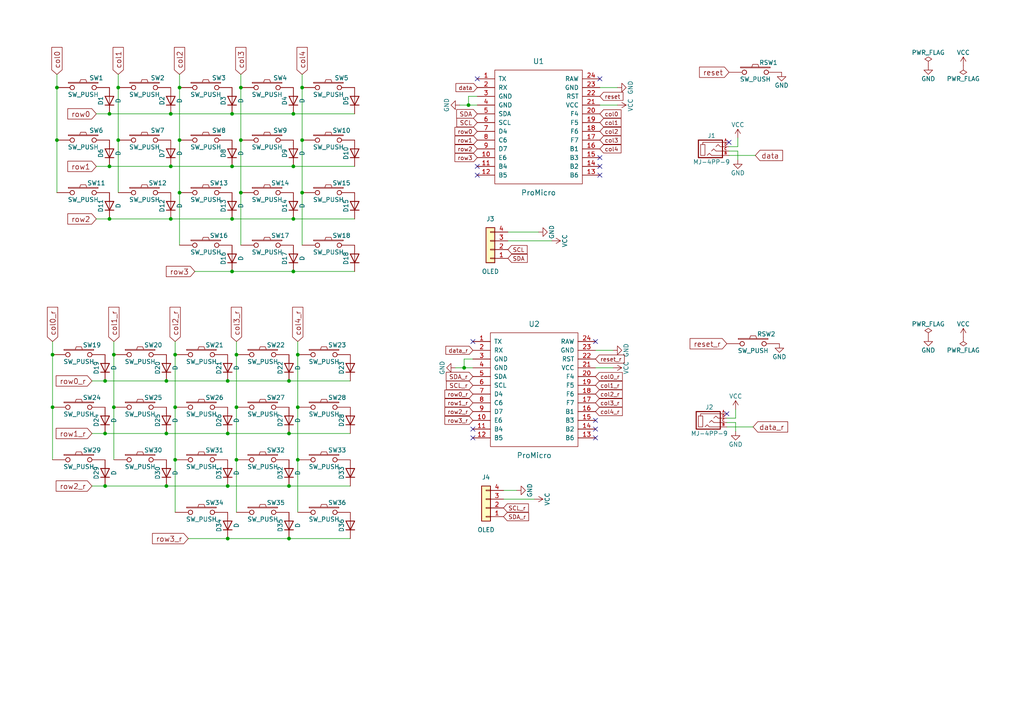
<source format=kicad_sch>
(kicad_sch (version 20230121) (generator eeschema)
  (paper "A4")
  (title_block (title "span") (date "2023-08-12") (rev "9a4fee6") (company "idank"))
  (lib_symbols
    (symbol "Connector_Generic:Conn_01x04" (pin_names (offset 1.016) hide)
      (property "Reference" "J" (at 0 5.08 0))
      (property "Value" "Conn_01x04" (at 0 -7.62 0))
      (symbol "Conn_01x04_1_1"
        (rectangle (start -1.27 -4.953) (end 0 -5.207) (stroke (width 0.1524)))
        (rectangle (start -1.27 -2.413) (end 0 -2.667) (stroke (width 0.1524)))
        (rectangle (start -1.27 0.127) (end 0 -0.127) (stroke (width 0.1524)))
        (rectangle (start -1.27 2.667) (end 0 2.413) (stroke (width 0.1524)))
        (rectangle (start -1.27 3.81) (end 1.27 -6.35) (stroke (width 0.254)) (fill (type background)))
        (pin passive line (at -5.08 2.54 0) (length 3.81) (name "Pin_1") (number "1"))
        (pin passive line (at -5.08 0 0) (length 3.81) (name "Pin_2") (number "2"))
        (pin passive line (at -5.08 -2.54 0) (length 3.81) (name "Pin_3") (number "3"))
        (pin passive line (at -5.08 -5.08 0) (length 3.81) (name "Pin_4") (number "4"))
      )
    )
    (symbol "Device:D" (pin_numbers hide) (pin_names (offset 1.016) hide)
      (property "Reference" "D" (at 0 2.54 0))
      (property "Value" "D" (at 0 -2.54 0))
      (symbol "D_0_1"
        (polyline (pts (xy -1.27 1.27) (xy -1.27 -1.27)) (stroke (width 0.254)))
        (polyline (pts (xy 1.27 0) (xy -1.27 0)))
        (polyline (pts (xy 1.27 1.27) (xy 1.27 -1.27) (xy -1.27 0) (xy 1.27 1.27)) (stroke (width 0.254)))
      )
      (symbol "D_1_1"
        (pin passive line (at -3.81 0 0) (length 2.54) (name "K") (number "1"))
        (pin passive line (at 3.81 0 180) (length 2.54) (name "A") (number "2"))
      )
    )
    (symbol "chococorne-rescue:MJ-4PP-9-kbd-corne-light-rescue" (pin_names (offset 1.016))
      (property "Reference" "J" (at 0 3.81 0))
      (property "Value" "MJ-4PP-9-kbd-corne-light-rescue" (at 0 -3.81 0))
      (symbol "MJ-4PP-9-kbd-corne-light-rescue_0_1"
        (rectangle (start -1.905 -1.905) (end -3.175 1.27))
        (polyline (pts (xy -2.54 1.27) (xy -2.54 1.905) (xy 3.175 1.905)))
        (polyline (pts (xy -1.27 -1.905) (xy -0.635 -1.27) (xy 0 -1.905) (xy 3.175 -1.905)))
        (polyline (pts (xy 0 -0.635) (xy 0.635 0) (xy 1.27 -0.635) (xy 3.175 -0.635)))
        (polyline (pts (xy 1.27 0.635) (xy 1.905 1.27) (xy 2.54 0.635) (xy 3.175 0.635)))
        (rectangle (start 3.175 2.54) (end -3.81 -2.54) (stroke (width 0.3048)))
      )
      (symbol "MJ-4PP-9-kbd-corne-light-rescue_1_1"
        (pin input line (at 5.08 1.905 180) (length 2.0066) (name "~") (number "A"))
        (pin input line (at 5.08 -1.905 180) (length 2.0066) (name "~") (number "B"))
        (pin input line (at 5.08 -0.635 180) (length 2.0066) (name "~") (number "C"))
        (pin input line (at 5.08 0.635 180) (length 2.0066) (name "~") (number "D"))
      )
    )
    (symbol "chococorne-rescue:ProMicro-kbd-corne-light-rescue" (pin_names (offset 1.016))
      (property "Reference" "U" (at 0 24.13 0))
      (property "Value" "ProMicro-kbd-corne-light-rescue" (at 0 -13.97 0))
      (symbol "ProMicro-kbd-corne-light-rescue_0_1"
        (rectangle (start -12.7 21.59) (end 12.7 -11.43))
      )
      (symbol "ProMicro-kbd-corne-light-rescue_1_1"
        (pin bidirectional line (at -17.78 19.05 0) (length 5.08) (name "TX") (number "1"))
        (pin bidirectional line (at -17.78 -3.81 0) (length 5.08) (name "E6") (number "10"))
        (pin bidirectional line (at -17.78 -6.35 0) (length 5.08) (name "B4") (number "11"))
        (pin bidirectional line (at -17.78 -8.89 0) (length 5.08) (name "B5") (number "12"))
        (pin bidirectional line (at 17.78 -8.89 180) (length 5.08) (name "B6") (number "13"))
        (pin bidirectional line (at 17.78 -6.35 180) (length 5.08) (name "B2") (number "14"))
        (pin bidirectional line (at 17.78 -3.81 180) (length 5.08) (name "B3") (number "15"))
        (pin bidirectional line (at 17.78 -1.27 180) (length 5.08) (name "B1") (number "16"))
        (pin bidirectional line (at 17.78 1.27 180) (length 5.08) (name "F7") (number "17"))
        (pin bidirectional line (at 17.78 3.81 180) (length 5.08) (name "F6") (number "18"))
        (pin bidirectional line (at 17.78 6.35 180) (length 5.08) (name "F5") (number "19"))
        (pin bidirectional line (at -17.78 16.51 0) (length 5.08) (name "RX") (number "2"))
        (pin bidirectional line (at 17.78 8.89 180) (length 5.08) (name "F4") (number "20"))
        (pin power_in line (at 17.78 11.43 180) (length 5.08) (name "VCC") (number "21"))
        (pin input line (at 17.78 13.97 180) (length 5.08) (name "RST") (number "22"))
        (pin power_in line (at 17.78 16.51 180) (length 5.08) (name "GND") (number "23"))
        (pin power_out line (at 17.78 19.05 180) (length 5.08) (name "RAW") (number "24"))
        (pin power_in line (at -17.78 13.97 0) (length 5.08) (name "GND") (number "3"))
        (pin power_in line (at -17.78 11.43 0) (length 5.08) (name "GND") (number "4"))
        (pin bidirectional line (at -17.78 8.89 0) (length 5.08) (name "SDA") (number "5"))
        (pin bidirectional line (at -17.78 6.35 0) (length 5.08) (name "SCL") (number "6"))
        (pin bidirectional line (at -17.78 3.81 0) (length 5.08) (name "D4") (number "7"))
        (pin bidirectional line (at -17.78 1.27 0) (length 5.08) (name "C6") (number "8"))
        (pin bidirectional line (at -17.78 -1.27 0) (length 5.08) (name "D7") (number "9"))
      )
    )
    (symbol "chococorne-rescue:SW_PUSH-kbd-corne-light-rescue" (pin_numbers hide) (pin_names (offset 1.016) hide)
      (property "Reference" "SW" (at 3.81 2.794 0))
      (property "Value" "SW_PUSH-kbd-corne-light-rescue" (at 0 -2.032 0))
      (symbol "SW_PUSH-kbd-corne-light-rescue_0_1"
        (rectangle (start -4.318 1.27) (end 4.318 1.524))
        (polyline (pts (xy -1.016 1.524) (xy -0.762 2.286) (xy 0.762 2.286) (xy 1.016 1.524)))
        (pin passive inverted (at -7.62 0 0) (length 5.08) (name "1") (number "1"))
        (pin passive inverted (at 7.62 0 180) (length 5.08) (name "2") (number "2"))
      )
    )
    (symbol "power:GND" (power) (pin_names (offset 0))
      (property "Value" "GND" (at 0 -3.81 0))
      (symbol "GND_0_1"
        (polyline (pts (xy 0 0) (xy 0 -1.27) (xy 1.27 -1.27) (xy 0 -2.54) (xy -1.27 -1.27) (xy 0 -1.27)))
      )
      (symbol "GND_1_1"
        (pin power_in line (at 0 0 270) (length 0) hide (name "GND") (number "1"))
      )
    )
    (symbol "power:PWR_FLAG" (power) (pin_numbers hide) (pin_names (offset 0) hide)
      (property "Value" "PWR_FLAG" (at 0 3.81 0))
      (symbol "PWR_FLAG_0_0"
        (pin power_out line (at 0 0 90) (length 0) (name "pwr") (number "1"))
      )
      (symbol "PWR_FLAG_0_1"
        (polyline (pts (xy 0 0) (xy 0 1.27) (xy -1.016 1.905) (xy 0 2.54) (xy 1.016 1.905) (xy 0 1.27)))
      )
    )
    (symbol "power:VCC" (power) (pin_names (offset 0))
      (property "Value" "VCC" (at 0 3.81 0))
      (symbol "VCC_0_1"
        (polyline (pts (xy -0.762 1.27) (xy 0 2.54)))
        (polyline (pts (xy 0 0) (xy 0 2.54)))
        (polyline (pts (xy 0 2.54) (xy 0.762 1.27)))
      )
      (symbol "VCC_1_1"
        (pin power_in line (at 0 0 90) (length 0) hide (name "VCC") (number "1"))
      )
    )
  )
  (junction (at 86.36 102.87))
  (junction (at 67.31 78.74))
  (junction (at 49.53 33.02))
  (junction (at 49.53 63.5))
  (junction (at 85.09 78.74))
  (junction (at 15.24 102.87))
  (junction (at 34.29 40.64))
  (junction (at 16.51 40.64))
  (junction (at 16.51 25.4))
  (junction (at 69.85 55.88))
  (junction (at 48.26 125.73))
  (junction (at 15.24 118.11))
  (junction (at 83.82 125.73))
  (junction (at 31.75 48.26))
  (junction (at 50.8 102.87))
  (junction (at 86.36 133.35))
  (junction (at 30.48 140.97))
  (junction (at 50.8 133.35))
  (junction (at 86.36 118.11))
  (junction (at 34.29 25.4))
  (junction (at 48.26 140.97))
  (junction (at 30.48 125.73))
  (junction (at 83.82 156.21))
  (junction (at 52.07 40.64))
  (junction (at 83.82 110.49))
  (junction (at 85.09 33.02))
  (junction (at 87.63 25.4))
  (junction (at 66.04 156.21))
  (junction (at 85.09 63.5))
  (junction (at 33.02 118.11))
  (junction (at 69.85 25.4))
  (junction (at 68.58 133.35))
  (junction (at 67.31 63.5))
  (junction (at 83.82 140.97))
  (junction (at 85.09 48.26))
  (junction (at 67.31 48.26))
  (junction (at 31.75 33.02))
  (junction (at 134.62 106.68))
  (junction (at 69.85 40.64))
  (junction (at 66.04 125.73))
  (junction (at 68.58 118.11))
  (junction (at 52.07 55.88))
  (junction (at 66.04 140.97))
  (junction (at 68.58 102.87))
  (junction (at 30.48 110.49))
  (junction (at 52.07 25.4))
  (junction (at 50.8 118.11))
  (junction (at 48.26 110.49))
  (junction (at 87.63 55.88))
  (junction (at 66.04 110.49))
  (junction (at 31.75 63.5))
  (junction (at 67.31 33.02))
  (junction (at 135.89 30.48))
  (junction (at 87.63 40.64))
  (junction (at 49.53 48.26))
  (junction (at 33.02 102.87))
  (no_connect (at 172.72 121.92))
  (no_connect (at 137.16 127))
  (no_connect (at 137.16 99.06))
  (no_connect (at 173.99 45.72))
  (no_connect (at 172.72 127))
  (no_connect (at 138.43 22.86))
  (no_connect (at 211.455 41.275))
  (no_connect (at 138.43 50.8))
  (no_connect (at 172.72 99.06))
  (no_connect (at 172.72 124.46))
  (no_connect (at 173.99 48.26))
  (no_connect (at 210.82 120.015))
  (no_connect (at 137.16 124.46))
  (no_connect (at 173.99 50.8))
  (no_connect (at 138.43 48.26))
  (no_connect (at 173.99 22.86))
  (wire (pts (xy 86.36 133.35) (xy 86.36 148.59)))
  (wire (pts (xy 146.05 144.78) (xy 154.94 144.78)))
  (wire (pts (xy 50.8 133.35) (xy 50.8 148.59)))
  (wire (pts (xy 87.63 40.64) (xy 87.63 55.88)))
  (wire (pts (xy 16.51 21.59) (xy 16.51 25.4)))
  (wire (pts (xy 83.82 125.73) (xy 101.6 125.73)))
  (wire (pts (xy 27.94 63.5) (xy 31.75 63.5)))
  (wire (pts (xy 173.99 30.48) (xy 179.07 30.48)))
  (wire (pts (xy 66.04 156.21) (xy 83.82 156.21)))
  (wire (pts (xy 68.58 99.06) (xy 68.58 102.87)))
  (wire (pts (xy 67.31 33.02) (xy 85.09 33.02)))
  (wire (pts (xy 69.85 25.4) (xy 69.85 40.64)))
  (wire (pts (xy 85.09 63.5) (xy 102.87 63.5)))
  (wire (pts (xy 133.35 30.48) (xy 135.89 30.48)))
  (wire (pts (xy 48.26 140.97) (xy 66.04 140.97)))
  (wire (pts (xy 135.89 27.94) (xy 135.89 30.48)))
  (wire (pts (xy 34.29 25.4) (xy 34.29 40.64)))
  (wire (pts (xy 213.36 121.285) (xy 213.36 118.745)))
  (wire (pts (xy 172.72 106.68) (xy 177.8 106.68)))
  (wire (pts (xy 213.36 122.555) (xy 213.36 125.095)))
  (wire (pts (xy 67.31 48.26) (xy 85.09 48.26)))
  (wire (pts (xy 69.85 55.88) (xy 69.85 71.12)))
  (wire (pts (xy 49.53 63.5) (xy 67.31 63.5)))
  (wire (pts (xy 87.63 21.59) (xy 87.63 25.4)))
  (wire (pts (xy 132.08 106.68) (xy 134.62 106.68)))
  (wire (pts (xy 52.07 21.59) (xy 52.07 25.4)))
  (wire (pts (xy 156.21 67.31) (xy 147.32 67.31)))
  (wire (pts (xy 86.36 118.11) (xy 86.36 133.35)))
  (wire (pts (xy 56.515 78.74) (xy 67.31 78.74)))
  (wire (pts (xy 86.36 102.87) (xy 86.36 118.11)))
  (wire (pts (xy 30.48 125.73) (xy 48.26 125.73)))
  (wire (pts (xy 26.67 140.97) (xy 30.48 140.97)))
  (wire (pts (xy 135.89 30.48) (xy 138.43 30.48)))
  (wire (pts (xy 134.62 106.68) (xy 137.16 106.68)))
  (wire (pts (xy 31.75 33.02) (xy 49.53 33.02)))
  (wire (pts (xy 16.51 40.64) (xy 16.51 55.88)))
  (wire (pts (xy 85.09 33.02) (xy 102.87 33.02)))
  (wire (pts (xy 149.86 142.24) (xy 146.05 142.24)))
  (wire (pts (xy 210.82 121.285) (xy 213.36 121.285)))
  (wire (pts (xy 31.75 63.5) (xy 49.53 63.5)))
  (wire (pts (xy 48.26 110.49) (xy 66.04 110.49)))
  (wire (pts (xy 66.04 110.49) (xy 83.82 110.49)))
  (wire (pts (xy 27.94 33.02) (xy 31.75 33.02)))
  (wire (pts (xy 66.04 125.73) (xy 83.82 125.73)))
  (wire (pts (xy 68.58 118.11) (xy 68.58 133.35)))
  (wire (pts (xy 213.995 43.815) (xy 213.995 46.355)))
  (wire (pts (xy 138.43 27.94) (xy 135.89 27.94)))
  (wire (pts (xy 83.82 110.49) (xy 101.6 110.49)))
  (wire (pts (xy 26.67 125.73) (xy 30.48 125.73)))
  (wire (pts (xy 210.82 122.555) (xy 213.36 122.555)))
  (wire (pts (xy 50.8 118.11) (xy 50.8 133.35)))
  (wire (pts (xy 66.04 140.97) (xy 83.82 140.97)))
  (wire (pts (xy 211.455 45.085) (xy 219.075 45.085)))
  (wire (pts (xy 27.94 48.26) (xy 31.75 48.26)))
  (wire (pts (xy 147.32 69.85) (xy 160.02 69.85)))
  (wire (pts (xy 52.07 55.88) (xy 52.07 71.12)))
  (wire (pts (xy 50.8 99.06) (xy 50.8 102.87)))
  (wire (pts (xy 15.24 118.11) (xy 15.24 133.35)))
  (wire (pts (xy 172.72 101.6) (xy 177.8 101.6)))
  (wire (pts (xy 68.58 102.87) (xy 68.58 118.11)))
  (wire (pts (xy 34.29 21.59) (xy 34.29 25.4)))
  (wire (pts (xy 34.29 40.64) (xy 34.29 55.88)))
  (wire (pts (xy 48.26 125.73) (xy 66.04 125.73)))
  (wire (pts (xy 54.61 156.21) (xy 66.04 156.21)))
  (wire (pts (xy 213.995 42.545) (xy 213.995 40.005)))
  (wire (pts (xy 33.02 99.06) (xy 33.02 102.87)))
  (wire (pts (xy 87.63 55.88) (xy 87.63 71.12)))
  (wire (pts (xy 16.51 25.4) (xy 16.51 40.64)))
  (wire (pts (xy 15.24 102.87) (xy 15.24 118.11)))
  (wire (pts (xy 15.24 99.06) (xy 15.24 102.87)))
  (wire (pts (xy 85.09 48.26) (xy 102.87 48.26)))
  (wire (pts (xy 83.82 140.97) (xy 101.6 140.97)))
  (wire (pts (xy 211.455 43.815) (xy 213.995 43.815)))
  (wire (pts (xy 33.02 118.11) (xy 33.02 133.35)))
  (wire (pts (xy 67.31 78.74) (xy 85.09 78.74)))
  (wire (pts (xy 33.02 102.87) (xy 33.02 118.11)))
  (wire (pts (xy 30.48 140.97) (xy 48.26 140.97)))
  (wire (pts (xy 50.8 102.87) (xy 50.8 118.11)))
  (wire (pts (xy 52.07 25.4) (xy 52.07 40.64)))
  (wire (pts (xy 83.82 156.21) (xy 101.6 156.21)))
  (wire (pts (xy 67.31 63.5) (xy 85.09 63.5)))
  (wire (pts (xy 85.09 78.74) (xy 102.87 78.74)))
  (wire (pts (xy 68.58 133.35) (xy 68.58 148.59)))
  (wire (pts (xy 87.63 25.4) (xy 87.63 40.64)))
  (wire (pts (xy 26.67 110.49) (xy 30.48 110.49)))
  (wire (pts (xy 69.85 40.64) (xy 69.85 55.88)))
  (wire (pts (xy 49.53 33.02) (xy 67.31 33.02)))
  (wire (pts (xy 49.53 48.26) (xy 67.31 48.26)))
  (wire (pts (xy 86.36 99.06) (xy 86.36 102.87)))
  (wire (pts (xy 137.16 104.14) (xy 134.62 104.14)))
  (wire (pts (xy 52.07 40.64) (xy 52.07 55.88)))
  (wire (pts (xy 69.85 21.59) (xy 69.85 25.4)))
  (wire (pts (xy 211.455 42.545) (xy 213.995 42.545)))
  (wire (pts (xy 210.82 123.825) (xy 218.44 123.825)))
  (wire (pts (xy 173.99 25.4) (xy 179.07 25.4)))
  (wire (pts (xy 30.48 110.49) (xy 48.26 110.49)))
  (wire (pts (xy 134.62 104.14) (xy 134.62 106.68)))
  (wire (pts (xy 31.75 48.26) (xy 49.53 48.26)))
  (global_label "row2" (shape input) (at 27.94 63.5 180) (effects (font (size 1.524 1.524))) (property "Intersheetrefs" "${INTERSHEET_REFS}" (effects hide)))
  (global_label "row2" (shape input) (at 138.43 43.18 180) (effects (font (size 1.1938 1.1938))) (property "Intersheetrefs" "${INTERSHEET_REFS}" (effects hide)))
  (global_label "col4" (shape input) (at 173.99 43.18 0) (effects (font (size 1.1938 1.1938))) (property "Intersheetrefs" "${INTERSHEET_REFS}" (effects hide)))
  (global_label "row2_r" (shape input) (at 137.16 119.38 180) (effects (font (size 1.1938 1.1938))) (property "Intersheetrefs" "${INTERSHEET_REFS}" (effects hide)))
  (global_label "SDA" (shape input) (at 138.43 33.02 180) (property "Intersheetrefs" "${INTERSHEET_REFS}" (effects hide)))
  (global_label "row2_r" (shape input) (at 26.67 140.97 180) (effects (font (size 1.524 1.524))) (property "Intersheetrefs" "${INTERSHEET_REFS}" (effects hide)))
  (global_label "row1_r" (shape input) (at 137.16 116.84 180) (effects (font (size 1.1938 1.1938))) (property "Intersheetrefs" "${INTERSHEET_REFS}" (effects hide)))
  (global_label "SCL_r" (shape input) (at 146.05 147.32 0) (effects (font (size 1.1938 1.1938))) (property "Intersheetrefs" "${INTERSHEET_REFS}" (effects hide)))
  (global_label "row3_r" (shape input) (at 137.16 121.92 180) (effects (font (size 1.1938 1.1938))) (property "Intersheetrefs" "${INTERSHEET_REFS}" (effects hide)))
  (global_label "data_r" (shape input) (at 137.16 101.6 180) (effects (font (size 1.1938 1.1938))) (property "Intersheetrefs" "${INTERSHEET_REFS}" (effects hide)))
  (global_label "SCL" (shape input) (at 138.43 35.56 180) (property "Intersheetrefs" "${INTERSHEET_REFS}" (effects hide)))
  (global_label "col4_r" (shape input) (at 172.72 119.38 0) (effects (font (size 1.1938 1.1938))) (property "Intersheetrefs" "${INTERSHEET_REFS}" (effects hide)))
  (global_label "SCL" (shape input) (at 147.32 72.39 0) (effects (font (size 1.1938 1.1938))) (property "Intersheetrefs" "${INTERSHEET_REFS}" (effects hide)))
  (global_label "col1" (shape input) (at 34.29 21.59 90) (effects (font (size 1.524 1.524))) (property "Intersheetrefs" "${INTERSHEET_REFS}" (effects hide)))
  (global_label "SDA_r" (shape input) (at 146.05 149.86 0) (effects (font (size 1.1938 1.1938))) (property "Intersheetrefs" "${INTERSHEET_REFS}" (effects hide)))
  (global_label "data_r" (shape input) (at 218.44 123.825 0) (effects (font (size 1.524 1.524))) (property "Intersheetrefs" "${INTERSHEET_REFS}" (effects hide)))
  (global_label "data" (shape input) (at 219.075 45.085 0) (effects (font (size 1.524 1.524))) (property "Intersheetrefs" "${INTERSHEET_REFS}" (effects hide)))
  (global_label "col3" (shape input) (at 173.99 40.64 0) (effects (font (size 1.1938 1.1938))) (property "Intersheetrefs" "${INTERSHEET_REFS}" (effects hide)))
  (global_label "reset_r" (shape input) (at 172.72 104.14 0) (effects (font (size 1.1938 1.1938))) (property "Intersheetrefs" "${INTERSHEET_REFS}" (effects hide)))
  (global_label "reset_r" (shape input) (at 210.82 99.695 180) (effects (font (size 1.524 1.524))) (property "Intersheetrefs" "${INTERSHEET_REFS}" (effects hide)))
  (global_label "col0_r" (shape input) (at 15.24 99.06 90) (effects (font (size 1.524 1.524))) (property "Intersheetrefs" "${INTERSHEET_REFS}" (effects hide)))
  (global_label "SDA" (shape input) (at 147.32 74.93 0) (effects (font (size 1.1938 1.1938))) (property "Intersheetrefs" "${INTERSHEET_REFS}" (effects hide)))
  (global_label "col0_r" (shape input) (at 172.72 109.22 0) (effects (font (size 1.1938 1.1938))) (property "Intersheetrefs" "${INTERSHEET_REFS}" (effects hide)))
  (global_label "row3" (shape input) (at 138.43 45.72 180) (effects (font (size 1.1938 1.1938))) (property "Intersheetrefs" "${INTERSHEET_REFS}" (effects hide)))
  (global_label "row3" (shape input) (at 56.515 78.74 180) (effects (font (size 1.524 1.524))) (property "Intersheetrefs" "${INTERSHEET_REFS}" (effects hide)))
  (global_label "col3_r" (shape input) (at 68.58 99.06 90) (effects (font (size 1.524 1.524))) (property "Intersheetrefs" "${INTERSHEET_REFS}" (effects hide)))
  (global_label "SCL_r" (shape input) (at 137.16 111.76 180) (property "Intersheetrefs" "${INTERSHEET_REFS}" (effects hide)))
  (global_label "col1_r" (shape input) (at 33.02 99.06 90) (effects (font (size 1.524 1.524))) (property "Intersheetrefs" "${INTERSHEET_REFS}" (effects hide)))
  (global_label "col4_r" (shape input) (at 86.36 99.06 90) (effects (font (size 1.524 1.524))) (property "Intersheetrefs" "${INTERSHEET_REFS}" (effects hide)))
  (global_label "col0" (shape input) (at 16.51 21.59 90) (effects (font (size 1.524 1.524))) (property "Intersheetrefs" "${INTERSHEET_REFS}" (effects hide)))
  (global_label "row1" (shape input) (at 27.94 48.26 180) (effects (font (size 1.524 1.524))) (property "Intersheetrefs" "${INTERSHEET_REFS}" (effects hide)))
  (global_label "reset" (shape input) (at 211.455 20.955 180) (effects (font (size 1.524 1.524))) (property "Intersheetrefs" "${INTERSHEET_REFS}" (effects hide)))
  (global_label "row1_r" (shape input) (at 26.67 125.73 180) (effects (font (size 1.524 1.524))) (property "Intersheetrefs" "${INTERSHEET_REFS}" (effects hide)))
  (global_label "col0" (shape input) (at 173.99 33.02 0) (effects (font (size 1.1938 1.1938))) (property "Intersheetrefs" "${INTERSHEET_REFS}" (effects hide)))
  (global_label "col2_r" (shape input) (at 50.8 99.06 90) (effects (font (size 1.524 1.524))) (property "Intersheetrefs" "${INTERSHEET_REFS}" (effects hide)))
  (global_label "col4" (shape input) (at 87.63 21.59 90) (effects (font (size 1.524 1.524))) (property "Intersheetrefs" "${INTERSHEET_REFS}" (effects hide)))
  (global_label "col2" (shape input) (at 173.99 38.1 0) (effects (font (size 1.1938 1.1938))) (property "Intersheetrefs" "${INTERSHEET_REFS}" (effects hide)))
  (global_label "col2_r" (shape input) (at 172.72 114.3 0) (effects (font (size 1.1938 1.1938))) (property "Intersheetrefs" "${INTERSHEET_REFS}" (effects hide)))
  (global_label "row0" (shape input) (at 138.43 38.1 180) (effects (font (size 1.1938 1.1938))) (property "Intersheetrefs" "${INTERSHEET_REFS}" (effects hide)))
  (global_label "row3_r" (shape input) (at 54.61 156.21 180) (effects (font (size 1.524 1.524))) (property "Intersheetrefs" "${INTERSHEET_REFS}" (effects hide)))
  (global_label "col1_r" (shape input) (at 172.72 111.76 0) (effects (font (size 1.1938 1.1938))) (property "Intersheetrefs" "${INTERSHEET_REFS}" (effects hide)))
  (global_label "reset" (shape input) (at 173.99 27.94 0) (effects (font (size 1.1938 1.1938))) (property "Intersheetrefs" "${INTERSHEET_REFS}" (effects hide)))
  (global_label "row0" (shape input) (at 27.94 33.02 180) (effects (font (size 1.524 1.524))) (property "Intersheetrefs" "${INTERSHEET_REFS}" (effects hide)))
  (global_label "data" (shape input) (at 138.43 25.4 180) (effects (font (size 1.1938 1.1938))) (property "Intersheetrefs" "${INTERSHEET_REFS}" (effects hide)))
  (global_label "row1" (shape input) (at 138.43 40.64 180) (effects (font (size 1.1938 1.1938))) (property "Intersheetrefs" "${INTERSHEET_REFS}" (effects hide)))
  (global_label "col1" (shape input) (at 173.99 35.56 0) (effects (font (size 1.1938 1.1938))) (property "Intersheetrefs" "${INTERSHEET_REFS}" (effects hide)))
  (global_label "col2" (shape input) (at 52.07 21.59 90) (effects (font (size 1.524 1.524))) (property "Intersheetrefs" "${INTERSHEET_REFS}" (effects hide)))
  (global_label "row0_r" (shape input) (at 137.16 114.3 180) (effects (font (size 1.1938 1.1938))) (property "Intersheetrefs" "${INTERSHEET_REFS}" (effects hide)))
  (global_label "SDA_r" (shape input) (at 137.16 109.22 180) (property "Intersheetrefs" "${INTERSHEET_REFS}" (effects hide)))
  (global_label "col3_r" (shape input) (at 172.72 116.84 0) (effects (font (size 1.1938 1.1938))) (property "Intersheetrefs" "${INTERSHEET_REFS}" (effects hide)))
  (global_label "col3" (shape input) (at 69.85 21.59 90) (effects (font (size 1.524 1.524))) (property "Intersheetrefs" "${INTERSHEET_REFS}" (effects hide)))
  (global_label "row0_r" (shape input) (at 26.67 110.49 180) (effects (font (size 1.524 1.524))) (property "Intersheetrefs" "${INTERSHEET_REFS}" (effects hide)))
  (symbol (lib_id "chococorne-rescue:ProMicro-kbd-corne-light-rescue") (at 156.21 41.91 0) (unit 1)
    (property "Reference" "U1" (at 156.21 17.78 0) (effects (font (size 1.524 1.524))))
    (property "Value" "ProMicro" (at 156.21 55.88 0) (effects (font (size 1.524 1.524))))
    (property "Footprint" "kbd:ProMicro_v3" (effects hide))
  )
  (symbol (lib_id "chococorne-rescue:SW_PUSH-kbd-corne-light-rescue") (at 41.91 25.4 0) (unit 1)
    (property "Reference" "SW2" (at 45.72 22.606 0))
    (property "Value" "SW_PUSH" (at 41.91 27.432 0))
    (property "Footprint" "keyswitches:Kailh_socket_PG1350_optional_oval_1" (effects hide))
  )
  (symbol (lib_id "Device:D") (at 49.53 29.21 90) (unit 1)
    (property "Reference" "D2" (at 46.99 29.21 0))
    (property "Value" "D" (at 52.07 29.21 0))
    (property "Footprint" "kbd:D3_SMD_v2" (effects hide))
  )
  (symbol (lib_id "chococorne-rescue:SW_PUSH-kbd-corne-light-rescue") (at 59.69 25.4 0) (unit 1)
    (property "Reference" "SW3" (at 63.5 22.606 0))
    (property "Value" "SW_PUSH" (at 59.69 27.432 0))
    (property "Footprint" "keyswitches:Kailh_socket_PG1350_optional_oval_1" (effects hide))
  )
  (symbol (lib_id "Device:D") (at 67.31 29.21 90) (unit 1)
    (property "Reference" "D3" (at 64.77 29.21 0))
    (property "Value" "D" (at 69.85 29.21 0))
    (property "Footprint" "kbd:D3_SMD_v2" (effects hide))
  )
  (symbol (lib_id "chococorne-rescue:SW_PUSH-kbd-corne-light-rescue") (at 77.47 25.4 0) (unit 1)
    (property "Reference" "SW4" (at 81.28 22.606 0))
    (property "Value" "SW_PUSH" (at 77.47 27.432 0))
    (property "Footprint" "keyswitches:Kailh_socket_PG1350_optional_oval_1" (effects hide))
  )
  (symbol (lib_id "chococorne-rescue:SW_PUSH-kbd-corne-light-rescue") (at 95.25 25.4 0) (unit 1)
    (property "Reference" "SW5" (at 99.06 22.606 0))
    (property "Value" "SW_PUSH" (at 95.25 27.432 0))
    (property "Footprint" "keyswitches:Kailh_socket_PG1350_optional_oval_1" (effects hide))
  )
  (symbol (lib_id "Device:D") (at 85.09 29.21 90) (unit 1)
    (property "Reference" "D4" (at 82.55 29.21 0))
    (property "Value" "D" (at 87.63 29.21 0))
    (property "Footprint" "kbd:D3_SMD_v2" (effects hide))
  )
  (symbol (lib_id "Device:D") (at 102.87 29.21 90) (unit 1)
    (property "Reference" "D5" (at 100.33 29.21 0))
    (property "Value" "D" (effects hide))
    (property "Footprint" "kbd:D3_SMD_v2" (effects hide))
  )
  (symbol (lib_id "chococorne-rescue:SW_PUSH-kbd-corne-light-rescue") (at 24.13 25.4 0) (unit 1)
    (property "Reference" "SW1" (at 27.94 22.606 0))
    (property "Value" "SW_PUSH" (at 24.13 27.432 0))
    (property "Footprint" "keyswitches:Kailh_socket_PG1350_optional_oval_1" (effects hide))
  )
  (symbol (lib_id "Device:D") (at 31.75 29.21 90) (unit 1)
    (property "Reference" "D1" (at 29.21 29.21 0))
    (property "Value" "D" (at 34.29 29.21 0))
    (property "Footprint" "kbd:D3_SMD_v2" (effects hide))
  )
  (symbol (lib_id "chococorne-rescue:SW_PUSH-kbd-corne-light-rescue") (at 41.91 40.64 0) (unit 1)
    (property "Reference" "SW7" (at 45.72 37.846 0))
    (property "Value" "SW_PUSH" (at 41.91 42.672 0))
    (property "Footprint" "keyswitches:Kailh_socket_PG1350_optional_oval_1" (effects hide))
  )
  (symbol (lib_id "Device:D") (at 49.53 44.45 90) (unit 1)
    (property "Reference" "D7" (at 46.99 44.45 0))
    (property "Value" "D" (at 52.07 44.45 0))
    (property "Footprint" "kbd:D3_SMD_v2" (effects hide))
  )
  (symbol (lib_id "chococorne-rescue:SW_PUSH-kbd-corne-light-rescue") (at 59.69 40.64 0) (unit 1)
    (property "Reference" "SW8" (at 63.5 37.846 0))
    (property "Value" "SW_PUSH" (at 59.69 42.672 0))
    (property "Footprint" "keyswitches:Kailh_socket_PG1350_optional_oval_1" (effects hide))
  )
  (symbol (lib_id "Device:D") (at 67.31 44.45 90) (unit 1)
    (property "Reference" "D8" (at 64.77 44.45 0))
    (property "Value" "D" (at 69.85 44.45 0))
    (property "Footprint" "kbd:D3_SMD_v2" (effects hide))
  )
  (symbol (lib_id "chococorne-rescue:SW_PUSH-kbd-corne-light-rescue") (at 77.47 40.64 0) (unit 1)
    (property "Reference" "SW9" (at 81.28 37.846 0))
    (property "Value" "SW_PUSH" (at 77.47 42.672 0))
    (property "Footprint" "keyswitches:Kailh_socket_PG1350_optional_oval_1" (effects hide))
  )
  (symbol (lib_id "chococorne-rescue:SW_PUSH-kbd-corne-light-rescue") (at 95.25 40.64 0) (unit 1)
    (property "Reference" "SW10" (at 99.06 37.846 0))
    (property "Value" "SW_PUSH" (at 95.25 42.672 0))
    (property "Footprint" "keyswitches:Kailh_socket_PG1350_optional_oval_1" (effects hide))
  )
  (symbol (lib_id "Device:D") (at 85.09 44.45 90) (unit 1)
    (property "Reference" "D9" (at 82.55 44.45 0))
    (property "Value" "D" (at 87.63 44.45 0))
    (property "Footprint" "kbd:D3_SMD_v2" (effects hide))
  )
  (symbol (lib_id "Device:D") (at 102.87 44.45 90) (unit 1)
    (property "Reference" "D10" (at 100.33 44.45 0))
    (property "Value" "D" (effects hide))
    (property "Footprint" "kbd:D3_SMD_v2" (effects hide))
  )
  (symbol (lib_id "chococorne-rescue:SW_PUSH-kbd-corne-light-rescue") (at 24.13 40.64 0) (unit 1)
    (property "Reference" "SW6" (at 27.94 37.846 0))
    (property "Value" "SW_PUSH" (at 24.13 42.672 0))
    (property "Footprint" "keyswitches:Kailh_socket_PG1350_optional_oval_1" (effects hide))
  )
  (symbol (lib_id "Device:D") (at 31.75 44.45 90) (unit 1)
    (property "Reference" "D6" (at 29.21 44.45 0))
    (property "Value" "D" (at 34.29 44.45 0))
    (property "Footprint" "kbd:D3_SMD_v2" (effects hide))
  )
  (symbol (lib_id "chococorne-rescue:SW_PUSH-kbd-corne-light-rescue") (at 41.91 55.88 0) (unit 1)
    (property "Reference" "SW12" (at 45.72 53.086 0))
    (property "Value" "SW_PUSH" (at 41.91 57.912 0))
    (property "Footprint" "keyswitches:Kailh_socket_PG1350_optional_oval_1" (effects hide))
  )
  (symbol (lib_id "Device:D") (at 49.53 59.69 90) (unit 1)
    (property "Reference" "D12" (at 46.99 59.69 0))
    (property "Value" "D" (at 52.07 59.69 0))
    (property "Footprint" "kbd:D3_SMD_v2" (effects hide))
  )
  (symbol (lib_id "chococorne-rescue:SW_PUSH-kbd-corne-light-rescue") (at 59.69 55.88 0) (unit 1)
    (property "Reference" "SW13" (at 63.5 53.086 0))
    (property "Value" "SW_PUSH" (at 59.69 57.912 0))
    (property "Footprint" "keyswitches:Kailh_socket_PG1350_optional_oval_1" (effects hide))
  )
  (symbol (lib_id "Device:D") (at 67.31 59.69 90) (unit 1)
    (property "Reference" "D13" (at 64.77 59.69 0))
    (property "Value" "D" (at 69.85 59.69 0))
    (property "Footprint" "kbd:D3_SMD_v2" (effects hide))
  )
  (symbol (lib_id "chococorne-rescue:SW_PUSH-kbd-corne-light-rescue") (at 77.47 55.88 0) (unit 1)
    (property "Reference" "SW14" (at 81.28 53.086 0))
    (property "Value" "SW_PUSH" (at 77.47 57.912 0))
    (property "Footprint" "keyswitches:Kailh_socket_PG1350_optional_oval_1" (effects hide))
  )
  (symbol (lib_id "chococorne-rescue:SW_PUSH-kbd-corne-light-rescue") (at 95.25 55.88 0) (unit 1)
    (property "Reference" "SW15" (at 99.06 53.086 0))
    (property "Value" "SW_PUSH" (at 95.25 57.912 0))
    (property "Footprint" "keyswitches:Kailh_socket_PG1350_optional_oval_1" (effects hide))
  )
  (symbol (lib_id "Device:D") (at 85.09 59.69 90) (unit 1)
    (property "Reference" "D14" (at 82.55 59.69 0))
    (property "Value" "D" (at 87.63 59.69 0))
    (property "Footprint" "kbd:D3_SMD_v2" (effects hide))
  )
  (symbol (lib_id "Device:D") (at 102.87 59.69 90) (unit 1)
    (property "Reference" "D15" (at 100.33 59.69 0))
    (property "Value" "D" (effects hide))
    (property "Footprint" "kbd:D3_SMD_v2" (effects hide))
  )
  (symbol (lib_id "chococorne-rescue:SW_PUSH-kbd-corne-light-rescue") (at 24.13 55.88 0) (unit 1)
    (property "Reference" "SW11" (at 27.94 53.086 0))
    (property "Value" "SW_PUSH" (at 24.13 57.912 0))
    (property "Footprint" "keyswitches:Kailh_socket_PG1350_optional_oval_1" (effects hide))
  )
  (symbol (lib_id "Device:D") (at 31.75 59.69 90) (unit 1)
    (property "Reference" "D11" (at 29.21 59.69 0))
    (property "Value" "D" (at 34.29 59.69 0))
    (property "Footprint" "kbd:D3_SMD_v2" (effects hide))
  )
  (symbol (lib_id "chococorne-rescue:SW_PUSH-kbd-corne-light-rescue") (at 95.25 71.12 0) (unit 1)
    (property "Reference" "SW18" (at 99.06 68.326 0))
    (property "Value" "SW_PUSH" (at 95.25 73.152 0))
    (property "Footprint" "keyswitches:Kailh_socket_PG1350_optional_oval_1" (effects hide))
  )
  (symbol (lib_id "Device:D") (at 102.87 74.93 90) (unit 1)
    (property "Reference" "D18" (at 100.33 74.93 0))
    (property "Value" "D" (effects hide))
    (property "Footprint" "kbd:D3_SMD_v2" (effects hide))
  )
  (symbol (lib_id "chococorne-rescue:SW_PUSH-kbd-corne-light-rescue") (at 77.47 71.12 0) (unit 1)
    (property "Reference" "SW17" (at 81.28 68.326 0))
    (property "Value" "SW_PUSH" (at 77.47 73.152 0))
    (property "Footprint" "keyswitches:Kailh_socket_PG1350_optional_oval_1" (effects hide))
  )
  (symbol (lib_id "Device:D") (at 85.09 74.93 90) (unit 1)
    (property "Reference" "D17" (at 82.55 74.93 0))
    (property "Value" "D" (at 87.63 74.93 0))
    (property "Footprint" "kbd:D3_SMD_v2" (effects hide))
  )
  (symbol (lib_id "power:GND") (at 179.07 25.4 90) (unit 1)
    (property "Reference" "#PWR03" (effects hide))
    (property "Value" "GND" (at 182.88 25.4 0))
  )
  (symbol (lib_id "power:VCC") (at 179.07 30.48 270) (unit 1)
    (property "Reference" "#PWR05" (effects hide))
    (property "Value" "VCC" (at 182.88 30.48 0))
  )
  (symbol (lib_id "power:GND") (at 133.35 30.48 270) (unit 1)
    (property "Reference" "#PWR04" (effects hide))
    (property "Value" "GND" (at 129.54 30.48 0))
  )
  (symbol (lib_id "power:GND") (at 269.24 19.05 0) (unit 1)
    (property "Reference" "#PWR01" (effects hide))
    (property "Value" "GND" (at 269.24 22.86 0))
  )
  (symbol (lib_id "power:VCC") (at 279.4 19.05 0) (unit 1)
    (property "Reference" "#PWR02" (effects hide))
    (property "Value" "VCC" (at 279.4 15.24 0))
  )
  (symbol (lib_id "power:PWR_FLAG") (at 279.4 19.05 180) (unit 1)
    (property "Reference" "#FLG02" (effects hide))
    (property "Value" "PWR_FLAG" (at 279.4 22.86 0))
  )
  (symbol (lib_id "power:PWR_FLAG") (at 269.24 19.05 0) (unit 1)
    (property "Reference" "#FLG01" (effects hide))
    (property "Value" "PWR_FLAG" (at 269.24 15.24 0))
  )
  (symbol (lib_id "chococorne-rescue:SW_PUSH-kbd-corne-light-rescue") (at 219.075 20.955 0) (unit 1)
    (property "Reference" "RSW1" (at 222.885 18.161 0))
    (property "Value" "SW_PUSH" (at 219.075 22.987 0))
    (property "Footprint" "holykeebs:RSW_2PIN_SMD" (effects hide))
  )
  (symbol (lib_id "power:GND") (at 226.695 20.955 0) (unit 1)
    (property "Reference" "#PWR07" (effects hide))
    (property "Value" "GND" (at 226.695 24.765 0))
  )
  (symbol (lib_id "power:VCC") (at 213.995 40.005 0) (unit 1)
    (property "Reference" "#PWR06" (effects hide))
    (property "Value" "VCC" (at 213.995 36.195 0))
  )
  (symbol (lib_id "power:GND") (at 213.995 46.355 0) (unit 1)
    (property "Reference" "#PWR08" (effects hide))
    (property "Value" "GND" (at 213.995 50.165 0))
  )
  (symbol (lib_id "chococorne-rescue:MJ-4PP-9-kbd-corne-light-rescue") (at 206.375 43.18 0) (unit 1)
    (property "Reference" "J1" (at 206.375 39.37 0))
    (property "Value" "MJ-4PP-9" (at 206.375 46.99 0))
    (property "Footprint" "kbd:MJ-4PP-9_1side" (effects hide))
  )
  (symbol (lib_id "chococorne-rescue:SW_PUSH-kbd-corne-light-rescue") (at 76.2 148.59 0) (unit 1)
    (property "Reference" "SW35" (at 80.01 145.796 0))
    (property "Value" "SW_PUSH" (at 76.2 150.622 0))
    (property "Footprint" "keyswitches:Kailh_socket_PG1350_optional_oval_1" (effects hide))
  )
  (symbol (lib_id "chococorne-rescue:SW_PUSH-kbd-corne-light-rescue") (at 76.2 133.35 0) (unit 1)
    (property "Reference" "SW32" (at 80.01 130.556 0))
    (property "Value" "SW_PUSH" (at 76.2 135.382 0))
    (property "Footprint" "keyswitches:Kailh_socket_PG1350_optional_oval_1" (effects hide))
  )
  (symbol (lib_id "Device:D") (at 101.6 137.16 90) (unit 1)
    (property "Reference" "D33" (at 99.06 137.16 0))
    (property "Value" "D" (effects hide))
    (property "Footprint" "kbd:D3_SMD_v2" (effects hide))
  )
  (symbol (lib_id "power:VCC") (at 213.36 118.745 0) (unit 1)
    (property "Reference" "#PWR012" (effects hide))
    (property "Value" "VCCr" (at 213.36 114.935 0))
  )
  (symbol (lib_id "chococorne-rescue:SW_PUSH-kbd-corne-light-rescue") (at 58.42 102.87 0) (unit 1)
    (property "Reference" "SW21" (at 62.23 100.076 0))
    (property "Value" "SW_PUSH" (at 58.42 104.902 0))
    (property "Footprint" "keyswitches:Kailh_socket_PG1350_optional_oval_1" (effects hide))
  )
  (symbol (lib_id "Connector_Generic:Conn_01x04") (at 142.24 72.39 180) (unit 1)
    (property "Reference" "J3" (at 142.24 63.5 0))
    (property "Value" "OLED" (at 142.24 78.74 0))
    (property "Footprint" "kbd:OLED_1side" (effects hide))
  )
  (symbol (lib_id "Device:D") (at 101.6 106.68 90) (unit 1)
    (property "Reference" "D23" (at 99.06 106.68 0))
    (property "Value" "D" (effects hide))
    (property "Footprint" "kbd:D3_SMD_v2" (effects hide))
  )
  (symbol (lib_id "Device:D") (at 83.82 137.16 90) (unit 1)
    (property "Reference" "D32" (at 81.28 137.16 0))
    (property "Value" "D" (at 86.36 137.16 0))
    (property "Footprint" "kbd:D3_SMD_v2" (effects hide))
  )
  (symbol (lib_id "chococorne-rescue:SW_PUSH-kbd-corne-light-rescue") (at 58.42 118.11 0) (unit 1)
    (property "Reference" "SW26" (at 62.23 115.316 0))
    (property "Value" "SW_PUSH" (at 58.42 120.142 0))
    (property "Footprint" "keyswitches:Kailh_socket_PG1350_optional_oval_1" (effects hide))
  )
  (symbol (lib_id "chococorne-rescue:SW_PUSH-kbd-corne-light-rescue") (at 76.2 118.11 0) (unit 1)
    (property "Reference" "SW27" (at 80.01 115.316 0))
    (property "Value" "SW_PUSH" (at 76.2 120.142 0))
    (property "Footprint" "keyswitches:Kailh_socket_PG1350_optional_oval_1" (effects hide))
  )
  (symbol (lib_id "power:GND") (at 156.21 67.31 90) (unit 1)
    (property "Reference" "#PWR017" (effects hide))
    (property "Value" "GND" (at 160.02 67.31 0))
  )
  (symbol (lib_id "power:PWR_FLAG") (at 279.4 97.79 180) (unit 1)
    (property "Reference" "#FLG04" (effects hide))
    (property "Value" "PWR_FLAG" (at 279.4 101.6 0))
  )
  (symbol (lib_id "Device:D") (at 67.31 74.93 90) (unit 1)
    (property "Reference" "D16" (at 64.77 74.93 0))
    (property "Value" "D" (at 69.85 74.93 0))
    (property "Footprint" "kbd:D3_SMD_v2" (effects hide))
  )
  (symbol (lib_id "Device:D") (at 83.82 106.68 90) (unit 1)
    (property "Reference" "D22" (at 81.28 106.68 0))
    (property "Value" "D" (at 86.36 106.68 0))
    (property "Footprint" "kbd:D3_SMD_v2" (effects hide))
  )
  (symbol (lib_id "chococorne-rescue:ProMicro-kbd-corne-light-rescue") (at 154.94 118.11 0) (unit 1)
    (property "Reference" "U2" (at 154.94 93.98 0) (effects (font (size 1.524 1.524))))
    (property "Value" "ProMicro" (at 154.94 132.08 0) (effects (font (size 1.524 1.524))))
    (property "Footprint" "kbd:ProMicro_v3" (effects hide))
  )
  (symbol (lib_id "power:GND") (at 132.08 106.68 270) (unit 1)
    (property "Reference" "#PWR09" (effects hide))
    (property "Value" "GNDr" (at 128.27 106.68 0))
  )
  (symbol (lib_id "Device:D") (at 101.6 152.4 90) (unit 1)
    (property "Reference" "D36" (at 99.06 152.4 0))
    (property "Value" "D" (effects hide))
    (property "Footprint" "kbd:D3_SMD_v2" (effects hide))
  )
  (symbol (lib_id "Device:D") (at 66.04 106.68 90) (unit 1)
    (property "Reference" "D21" (at 63.5 106.68 0))
    (property "Value" "D" (at 68.58 106.68 0))
    (property "Footprint" "kbd:D3_SMD_v2" (effects hide))
  )
  (symbol (lib_id "power:GND") (at 226.06 99.695 0) (unit 1)
    (property "Reference" "#PWR014" (effects hide))
    (property "Value" "GNDr" (at 226.06 103.505 0))
  )
  (symbol (lib_id "chococorne-rescue:MJ-4PP-9-kbd-corne-light-rescue") (at 205.74 121.92 0) (unit 1)
    (property "Reference" "J2" (at 205.74 118.11 0))
    (property "Value" "MJ-4PP-9" (at 205.74 125.73 0))
    (property "Footprint" "kbd:MJ-4PP-9_1side" (effects hide))
  )
  (symbol (lib_id "power:VCC") (at 160.02 69.85 270) (unit 1)
    (property "Reference" "#PWR018" (effects hide))
    (property "Value" "VCC" (at 163.83 69.85 0))
  )
  (symbol (lib_id "chococorne-rescue:SW_PUSH-kbd-corne-light-rescue") (at 40.64 102.87 0) (unit 1)
    (property "Reference" "SW20" (at 44.45 100.076 0))
    (property "Value" "SW_PUSH" (at 40.64 104.902 0))
    (property "Footprint" "keyswitches:Kailh_socket_PG1350_optional_oval_1" (effects hide))
  )
  (symbol (lib_id "Device:D") (at 30.48 137.16 90) (unit 1)
    (property "Reference" "D29" (at 27.94 137.16 0))
    (property "Value" "D" (at 33.02 137.16 0))
    (property "Footprint" "kbd:D3_SMD_v2" (effects hide))
  )
  (symbol (lib_id "power:VCC") (at 177.8 106.68 270) (unit 1)
    (property "Reference" "#PWR011" (effects hide))
    (property "Value" "VCCr" (at 181.61 106.68 0))
  )
  (symbol (lib_id "chococorne-rescue:SW_PUSH-kbd-corne-light-rescue") (at 22.86 133.35 0) (unit 1)
    (property "Reference" "SW29" (at 26.67 130.556 0))
    (property "Value" "SW_PUSH" (at 22.86 135.382 0))
    (property "Footprint" "keyswitches:Kailh_socket_PG1350_optional_oval_1" (effects hide))
  )
  (symbol (lib_id "chococorne-rescue:SW_PUSH-kbd-corne-light-rescue") (at 40.64 118.11 0) (unit 1)
    (property "Reference" "SW25" (at 44.45 115.316 0))
    (property "Value" "SW_PUSH" (at 40.64 120.142 0))
    (property "Footprint" "keyswitches:Kailh_socket_PG1350_optional_oval_1" (effects hide))
  )
  (symbol (lib_id "Device:D") (at 48.26 106.68 90) (unit 1)
    (property "Reference" "D20" (at 45.72 106.68 0))
    (property "Value" "D" (at 50.8 106.68 0))
    (property "Footprint" "kbd:D3_SMD_v2" (effects hide))
  )
  (symbol (lib_id "chococorne-rescue:SW_PUSH-kbd-corne-light-rescue") (at 22.86 102.87 0) (unit 1)
    (property "Reference" "SW19" (at 26.67 100.076 0))
    (property "Value" "SW_PUSH" (at 22.86 104.902 0))
    (property "Footprint" "keyswitches:Kailh_socket_PG1350_optional_oval_1" (effects hide))
  )
  (symbol (lib_id "power:VCC") (at 154.94 144.78 270) (unit 1)
    (property "Reference" "#PWR020" (effects hide))
    (property "Value" "VCCr" (at 158.75 144.78 0))
  )
  (symbol (lib_id "Device:D") (at 66.04 152.4 90) (unit 1)
    (property "Reference" "D34" (at 63.5 152.4 0))
    (property "Value" "D" (at 68.58 152.4 0))
    (property "Footprint" "kbd:D3_SMD_v2" (effects hide))
  )
  (symbol (lib_id "chococorne-rescue:SW_PUSH-kbd-corne-light-rescue") (at 58.42 133.35 0) (unit 1)
    (property "Reference" "SW31" (at 62.23 130.556 0))
    (property "Value" "SW_PUSH" (at 58.42 135.382 0))
    (property "Footprint" "keyswitches:Kailh_socket_PG1350_optional_oval_1" (effects hide))
  )
  (symbol (lib_id "Device:D") (at 66.04 137.16 90) (unit 1)
    (property "Reference" "D31" (at 63.5 137.16 0))
    (property "Value" "D" (at 68.58 137.16 0))
    (property "Footprint" "kbd:D3_SMD_v2" (effects hide))
  )
  (symbol (lib_id "chococorne-rescue:SW_PUSH-kbd-corne-light-rescue") (at 58.42 148.59 0) (unit 1)
    (property "Reference" "SW34" (at 62.23 145.796 0))
    (property "Value" "SW_PUSH" (at 58.42 150.622 0))
    (property "Footprint" "keyswitches:Kailh_socket_PG1350_optional_oval_1" (effects hide))
  )
  (symbol (lib_id "Device:D") (at 30.48 106.68 90) (unit 1)
    (property "Reference" "D19" (at 27.94 106.68 0))
    (property "Value" "D" (at 33.02 106.68 0))
    (property "Footprint" "kbd:D3_SMD_v2" (effects hide))
  )
  (symbol (lib_id "Device:D") (at 30.48 121.92 90) (unit 1)
    (property "Reference" "D24" (at 27.94 121.92 0))
    (property "Value" "D" (at 33.02 121.92 0))
    (property "Footprint" "kbd:D3_SMD_v2" (effects hide))
  )
  (symbol (lib_id "chococorne-rescue:SW_PUSH-kbd-corne-light-rescue") (at 93.98 102.87 0) (unit 1)
    (property "Reference" "SW23" (at 97.79 100.076 0))
    (property "Value" "SW_PUSH" (at 93.98 104.902 0))
    (property "Footprint" "keyswitches:Kailh_socket_PG1350_optional_oval_1" (effects hide))
  )
  (symbol (lib_id "chococorne-rescue:SW_PUSH-kbd-corne-light-rescue") (at 76.2 102.87 0) (unit 1)
    (property "Reference" "SW22" (at 80.01 100.076 0))
    (property "Value" "SW_PUSH" (at 76.2 104.902 0))
    (property "Footprint" "keyswitches:Kailh_socket_PG1350_optional_oval_1" (effects hide))
  )
  (symbol (lib_id "Device:D") (at 66.04 121.92 90) (unit 1)
    (property "Reference" "D26" (at 63.5 121.92 0))
    (property "Value" "D" (at 68.58 121.92 0))
    (property "Footprint" "kbd:D3_SMD_v2" (effects hide))
  )
  (symbol (lib_id "chococorne-rescue:SW_PUSH-kbd-corne-light-rescue") (at 22.86 118.11 0) (unit 1)
    (property "Reference" "SW24" (at 26.67 115.316 0))
    (property "Value" "SW_PUSH" (at 22.86 120.142 0))
    (property "Footprint" "keyswitches:Kailh_socket_PG1350_optional_oval_1" (effects hide))
  )
  (symbol (lib_id "Device:D") (at 83.82 152.4 90) (unit 1)
    (property "Reference" "D35" (at 81.28 152.4 0))
    (property "Value" "D" (at 86.36 152.4 0))
    (property "Footprint" "kbd:D3_SMD_v2" (effects hide))
  )
  (symbol (lib_id "power:GND") (at 269.24 97.79 0) (unit 1)
    (property "Reference" "#PWR015" (effects hide))
    (property "Value" "GNDL" (at 269.24 101.6 0))
  )
  (symbol (lib_id "power:VCC") (at 279.4 97.79 0) (unit 1)
    (property "Reference" "#PWR016" (effects hide))
    (property "Value" "VCCL" (at 279.4 93.98 0))
  )
  (symbol (lib_id "power:GND") (at 213.36 125.095 0) (unit 1)
    (property "Reference" "#PWR013" (effects hide))
    (property "Value" "GNDr" (at 213.36 128.905 0))
  )
  (symbol (lib_id "Device:D") (at 101.6 121.92 90) (unit 1)
    (property "Reference" "D28" (at 99.06 121.92 0))
    (property "Value" "D" (effects hide))
    (property "Footprint" "kbd:D3_SMD_v2" (effects hide))
  )
  (symbol (lib_id "power:GND") (at 177.8 101.6 90) (unit 1)
    (property "Reference" "#PWR010" (effects hide))
    (property "Value" "GNDr" (at 181.61 101.6 0))
  )
  (symbol (lib_id "chococorne-rescue:SW_PUSH-kbd-corne-light-rescue") (at 93.98 118.11 0) (unit 1)
    (property "Reference" "SW28" (at 97.79 115.316 0))
    (property "Value" "SW_PUSH" (at 93.98 120.142 0))
    (property "Footprint" "keyswitches:Kailh_socket_PG1350_optional_oval_1" (effects hide))
  )
  (symbol (lib_id "chococorne-rescue:SW_PUSH-kbd-corne-light-rescue") (at 40.64 133.35 0) (unit 1)
    (property "Reference" "SW30" (at 44.45 130.556 0))
    (property "Value" "SW_PUSH" (at 40.64 135.382 0))
    (property "Footprint" "keyswitches:Kailh_socket_PG1350_optional_oval_1" (effects hide))
  )
  (symbol (lib_id "Device:D") (at 48.26 137.16 90) (unit 1)
    (property "Reference" "D30" (at 45.72 137.16 0))
    (property "Value" "D" (at 50.8 137.16 0))
    (property "Footprint" "kbd:D3_SMD_v2" (effects hide))
  )
  (symbol (lib_id "chococorne-rescue:SW_PUSH-kbd-corne-light-rescue") (at 218.44 99.695 0) (unit 1)
    (property "Reference" "RSW2" (at 222.25 96.901 0))
    (property "Value" "SW_PUSH" (at 218.44 101.727 0))
    (property "Footprint" "holykeebs:RSW_2PIN_SMD" (effects hide))
  )
  (symbol (lib_id "Device:D") (at 83.82 121.92 90) (unit 1)
    (property "Reference" "D27" (at 81.28 121.92 0))
    (property "Value" "D" (at 86.36 121.92 0))
    (property "Footprint" "kbd:D3_SMD_v2" (effects hide))
  )
  (symbol (lib_id "chococorne-rescue:SW_PUSH-kbd-corne-light-rescue") (at 93.98 133.35 0) (unit 1)
    (property "Reference" "SW33" (at 97.79 130.556 0))
    (property "Value" "SW_PUSH" (at 93.98 135.382 0))
    (property "Footprint" "keyswitches:Kailh_socket_PG1350_optional_oval_1" (effects hide))
  )
  (symbol (lib_id "Device:D") (at 48.26 121.92 90) (unit 1)
    (property "Reference" "D25" (at 45.72 121.92 0))
    (property "Value" "D" (at 50.8 121.92 0))
    (property "Footprint" "kbd:D3_SMD_v2" (effects hide))
  )
  (symbol (lib_id "chococorne-rescue:SW_PUSH-kbd-corne-light-rescue") (at 93.98 148.59 0) (unit 1)
    (property "Reference" "SW36" (at 97.79 145.796 0))
    (property "Value" "SW_PUSH" (at 93.98 150.622 0))
    (property "Footprint" "keyswitches:Kailh_socket_PG1350_optional_oval_1" (effects hide))
  )
  (symbol (lib_id "power:GND") (at 149.86 142.24 90) (unit 1)
    (property "Reference" "#PWR019" (effects hide))
    (property "Value" "GNDr" (at 153.67 142.24 0))
  )
  (symbol (lib_id "chococorne-rescue:SW_PUSH-kbd-corne-light-rescue") (at 59.69 71.12 0) (unit 1)
    (property "Reference" "SW16" (at 63.5 68.326 0))
    (property "Value" "SW_PUSH" (at 59.69 73.152 0))
    (property "Footprint" "keyswitches:Kailh_socket_PG1350_optional_oval_1" (effects hide))
  )
  (symbol (lib_id "Connector_Generic:Conn_01x04") (at 140.97 147.32 180) (unit 1)
    (property "Reference" "J4" (at 140.97 138.43 0))
    (property "Value" "OLED" (at 140.97 153.67 0))
    (property "Footprint" "kbd:OLED_1side" (effects hide))
  )
  (symbol (lib_id "power:PWR_FLAG") (at 269.24 97.79 0) (unit 1)
    (property "Reference" "#FLG03" (effects hide))
    (property "Value" "PWR_FLAG" (at 269.24 93.98 0))
  )
)
</source>
